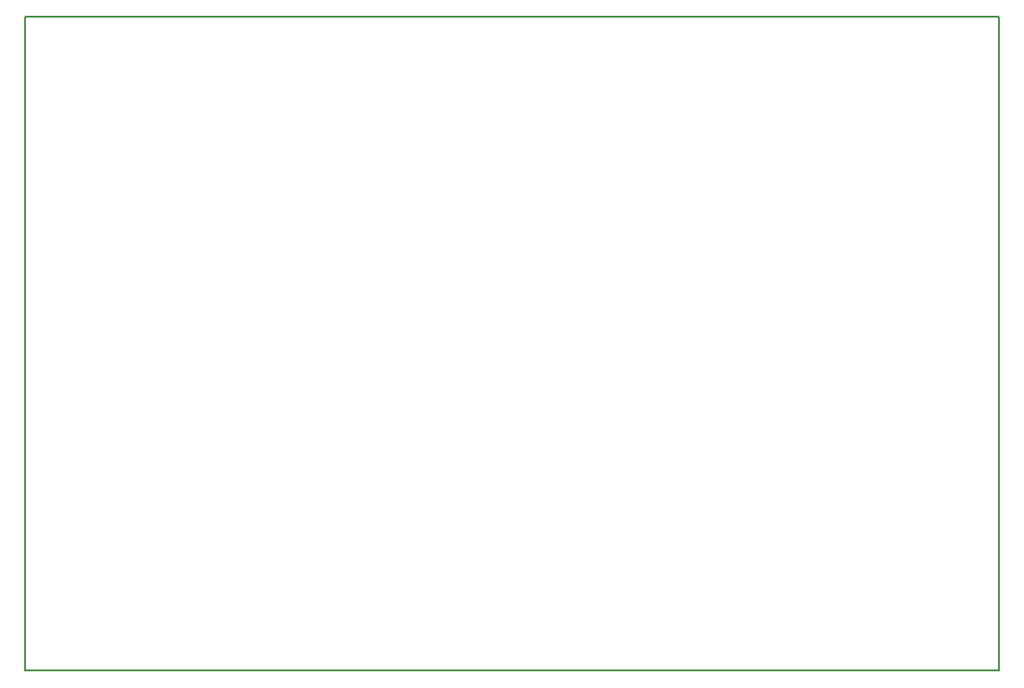
<source format=gm1>
G04 #@! TF.GenerationSoftware,KiCad,Pcbnew,(5.0.1)-4*
G04 #@! TF.CreationDate,2019-05-14T08:42:29+02:00*
G04 #@! TF.ProjectId,carte_filtre,63617274655F66696C7472652E6B6963,rev?*
G04 #@! TF.SameCoordinates,Original*
G04 #@! TF.FileFunction,Profile,NP*
%FSLAX46Y46*%
G04 Gerber Fmt 4.6, Leading zero omitted, Abs format (unit mm)*
G04 Created by KiCad (PCBNEW (5.0.1)-4) date 14/05/2019 08:42:29*
%MOMM*%
%LPD*%
G01*
G04 APERTURE LIST*
%ADD10C,0.150000*%
G04 APERTURE END LIST*
D10*
X260350000Y-92710000D02*
X171450000Y-92710000D01*
X260350000Y-152400000D02*
X260350000Y-92710000D01*
X171450000Y-152400000D02*
X260350000Y-152400000D01*
X171450000Y-92710000D02*
X171450000Y-152400000D01*
M02*

</source>
